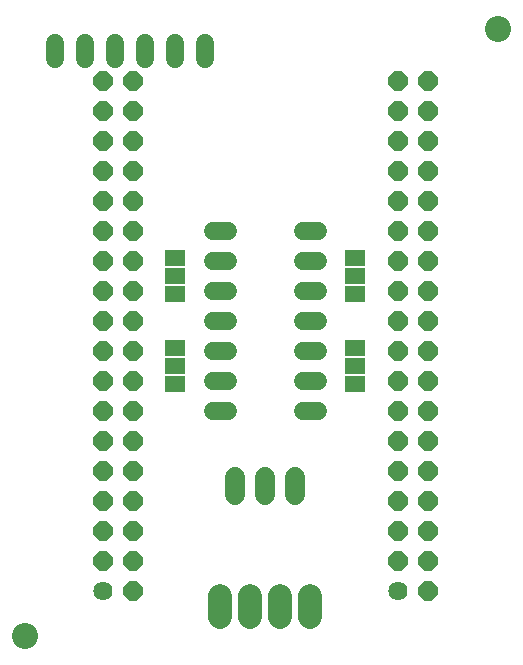
<source format=gbr>
G04 EAGLE Gerber RS-274X export*
G75*
%MOMM*%
%FSLAX34Y34*%
%LPD*%
%INSoldermask Bottom*%
%IPPOS*%
%AMOC8*
5,1,8,0,0,1.08239X$1,22.5*%
G01*
%ADD10C,2.203200*%
%ADD11C,1.625600*%
%ADD12P,1.759533X8X112.500000*%
%ADD13C,1.524000*%
%ADD14R,1.803400X1.371600*%
%ADD15C,1.727200*%
%ADD16C,2.003200*%


D10*
X577850Y628650D03*
X177800Y114300D03*
D11*
X493300Y152200D03*
D12*
X518700Y152200D03*
X493300Y177600D03*
X518700Y177600D03*
X493300Y203000D03*
X518700Y203000D03*
X493300Y228400D03*
X518700Y228400D03*
X493300Y253800D03*
X518700Y253800D03*
X493300Y279200D03*
X518700Y279200D03*
X493300Y304600D03*
X518700Y304600D03*
X493300Y330000D03*
X518700Y330000D03*
X493300Y355400D03*
X518700Y355400D03*
X493300Y380800D03*
X518700Y380800D03*
X493300Y406200D03*
X518700Y406200D03*
X493300Y431600D03*
X518700Y431600D03*
X493300Y457000D03*
X518700Y457000D03*
X493300Y482400D03*
X518700Y482400D03*
X493300Y507800D03*
X518700Y507800D03*
X493300Y533200D03*
X518700Y533200D03*
X493300Y558600D03*
X518700Y558600D03*
X493300Y584000D03*
X518700Y584000D03*
D11*
X243300Y152200D03*
D12*
X268700Y152200D03*
X243300Y177600D03*
X268700Y177600D03*
X243300Y203000D03*
X268700Y203000D03*
X243300Y228400D03*
X268700Y228400D03*
X243300Y253800D03*
X268700Y253800D03*
X243300Y279200D03*
X268700Y279200D03*
X243300Y304600D03*
X268700Y304600D03*
X243300Y330000D03*
X268700Y330000D03*
X243300Y355400D03*
X268700Y355400D03*
X243300Y380800D03*
X268700Y380800D03*
X243300Y406200D03*
X268700Y406200D03*
X243300Y431600D03*
X268700Y431600D03*
X243300Y457000D03*
X268700Y457000D03*
X243300Y482400D03*
X268700Y482400D03*
X243300Y507800D03*
X268700Y507800D03*
X243300Y533200D03*
X268700Y533200D03*
X243300Y558600D03*
X268700Y558600D03*
X243300Y584000D03*
X268700Y584000D03*
D13*
X203200Y602996D02*
X203200Y616204D01*
X228600Y616204D02*
X228600Y602996D01*
X254000Y602996D02*
X254000Y616204D01*
X279400Y616204D02*
X279400Y602996D01*
X304800Y602996D02*
X304800Y616204D01*
X330200Y616204D02*
X330200Y602996D01*
X412496Y304800D02*
X425704Y304800D01*
X425704Y330200D02*
X412496Y330200D01*
X412496Y457200D02*
X425704Y457200D01*
X349504Y457200D02*
X336296Y457200D01*
X412496Y355600D02*
X425704Y355600D01*
X425704Y381000D02*
X412496Y381000D01*
X412496Y431800D02*
X425704Y431800D01*
X425704Y406400D02*
X412496Y406400D01*
X349504Y431800D02*
X336296Y431800D01*
X336296Y406400D02*
X349504Y406400D01*
X349504Y381000D02*
X336296Y381000D01*
X336296Y355600D02*
X349504Y355600D01*
X349504Y330200D02*
X336296Y330200D01*
X336296Y304800D02*
X349504Y304800D01*
D14*
X304800Y403860D03*
X304800Y419100D03*
X304800Y434340D03*
X457200Y403860D03*
X457200Y419100D03*
X457200Y434340D03*
X457200Y327660D03*
X457200Y342900D03*
X457200Y358140D03*
X304800Y327660D03*
X304800Y342900D03*
X304800Y358140D03*
D15*
X355600Y248920D02*
X355600Y233680D01*
X381000Y233680D02*
X381000Y248920D01*
X406400Y248920D02*
X406400Y233680D01*
D16*
X342900Y148700D02*
X342900Y130700D01*
X368300Y130700D02*
X368300Y148700D01*
X393700Y148700D02*
X393700Y130700D01*
X419100Y130700D02*
X419100Y148700D01*
M02*

</source>
